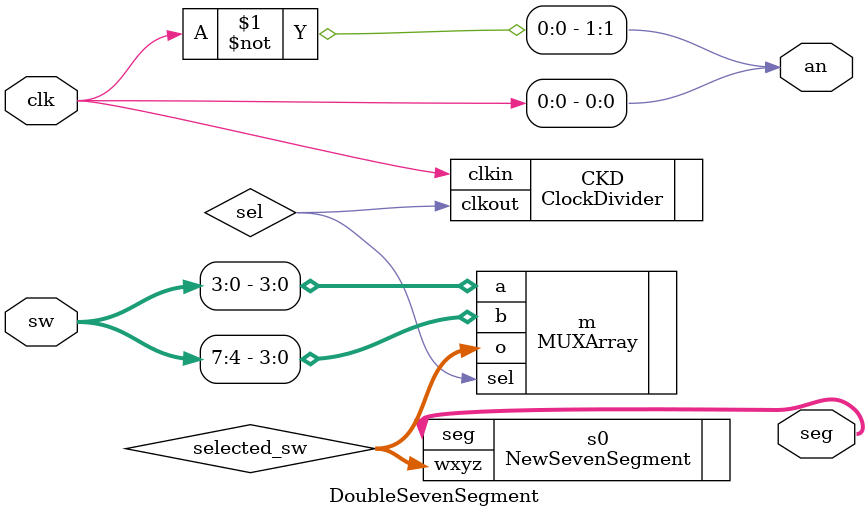
<source format=v>
`timescale 1ns / 1ps


module DoubleSevenSegment #(parameter PRESCALER = 50_000)(
    input clk,
    input [7:0] sw,
    output [3:0] an,
    output [6:0] seg
    );
    
    wire sel;
    wire [3:0] selected_sw;
    
    ClockDivider #(.PRESCALER(PRESCALER)) CKD(
        .clkin(clk),
        .clkout(sel)
    );

    assign an[0] = clk;
    assign an[1] = ~clk;
    
    MUXArray m(.sel(sel), .a(sw[3:0]), .b(sw[7:4]), .o(selected_sw));
    NewSevenSegment s0(.wxyz(selected_sw), .seg(seg));
endmodule

</source>
